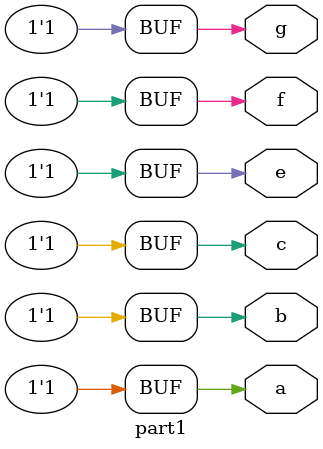
<source format=v>
`timescale 1ns / 1ps
module part1(
    output a,
    output b,
    output c,
	 output e,
	 output f,
	 output g
    );
	 reg a,b,c;
	 reg e,f,g;
	 
	 initial begin
		a <= #5 1'b1;
		b <= #5 1'b1;
		c <= #5 1'b1;
	 end
	
	initial begin
		e = #5 1'b1;
		f = #5 1'b1;
		g = #5 1'b1;
	end
endmodule

</source>
